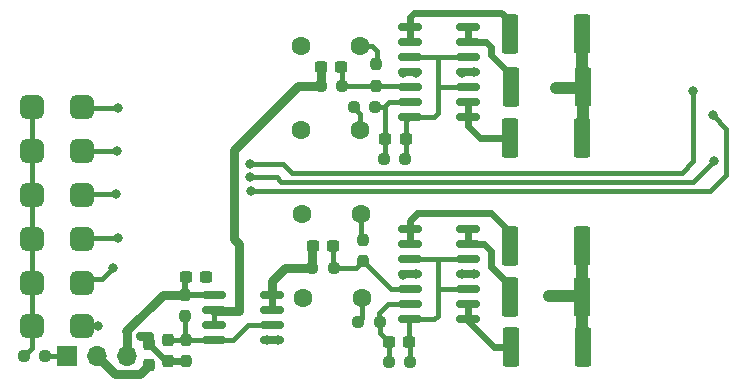
<source format=gbl>
G04 #@! TF.GenerationSoftware,KiCad,Pcbnew,6.99.0-unknown-455e330f3b~148~ubuntu20.04.1*
G04 #@! TF.CreationDate,2022-04-22T09:43:23+05:30*
G04 #@! TF.ProjectId,aptx_headset,61707478-5f68-4656-9164-7365742e6b69,rev?*
G04 #@! TF.SameCoordinates,Original*
G04 #@! TF.FileFunction,Copper,L2,Bot*
G04 #@! TF.FilePolarity,Positive*
%FSLAX46Y46*%
G04 Gerber Fmt 4.6, Leading zero omitted, Abs format (unit mm)*
G04 Created by KiCad (PCBNEW 6.99.0-unknown-455e330f3b~148~ubuntu20.04.1) date 2022-04-22 09:43:23*
%MOMM*%
%LPD*%
G01*
G04 APERTURE LIST*
G04 Aperture macros list*
%AMRoundRect*
0 Rectangle with rounded corners*
0 $1 Rounding radius*
0 $2 $3 $4 $5 $6 $7 $8 $9 X,Y pos of 4 corners*
0 Add a 4 corners polygon primitive as box body*
4,1,4,$2,$3,$4,$5,$6,$7,$8,$9,$2,$3,0*
0 Add four circle primitives for the rounded corners*
1,1,$1+$1,$2,$3*
1,1,$1+$1,$4,$5*
1,1,$1+$1,$6,$7*
1,1,$1+$1,$8,$9*
0 Add four rect primitives between the rounded corners*
20,1,$1+$1,$2,$3,$4,$5,0*
20,1,$1+$1,$4,$5,$6,$7,0*
20,1,$1+$1,$6,$7,$8,$9,0*
20,1,$1+$1,$8,$9,$2,$3,0*%
G04 Aperture macros list end*
G04 #@! TA.AperFunction,ComponentPad*
%ADD10C,1.600000*%
G04 #@! TD*
G04 #@! TA.AperFunction,ComponentPad*
%ADD11R,1.700000X1.700000*%
G04 #@! TD*
G04 #@! TA.AperFunction,ComponentPad*
%ADD12O,1.700000X1.700000*%
G04 #@! TD*
G04 #@! TA.AperFunction,SMDPad,CuDef*
%ADD13RoundRect,0.237500X-0.300000X-0.237500X0.300000X-0.237500X0.300000X0.237500X-0.300000X0.237500X0*%
G04 #@! TD*
G04 #@! TA.AperFunction,SMDPad,CuDef*
%ADD14RoundRect,0.237500X-0.250000X-0.237500X0.250000X-0.237500X0.250000X0.237500X-0.250000X0.237500X0*%
G04 #@! TD*
G04 #@! TA.AperFunction,SMDPad,CuDef*
%ADD15RoundRect,0.500000X-0.500000X-0.500000X0.500000X-0.500000X0.500000X0.500000X-0.500000X0.500000X0*%
G04 #@! TD*
G04 #@! TA.AperFunction,SMDPad,CuDef*
%ADD16RoundRect,0.150000X0.825000X0.150000X-0.825000X0.150000X-0.825000X-0.150000X0.825000X-0.150000X0*%
G04 #@! TD*
G04 #@! TA.AperFunction,SMDPad,CuDef*
%ADD17RoundRect,0.237500X-0.237500X0.250000X-0.237500X-0.250000X0.237500X-0.250000X0.237500X0.250000X0*%
G04 #@! TD*
G04 #@! TA.AperFunction,SMDPad,CuDef*
%ADD18RoundRect,0.150000X-0.825000X-0.150000X0.825000X-0.150000X0.825000X0.150000X-0.825000X0.150000X0*%
G04 #@! TD*
G04 #@! TA.AperFunction,SMDPad,CuDef*
%ADD19RoundRect,0.249999X-0.450001X-1.425001X0.450001X-1.425001X0.450001X1.425001X-0.450001X1.425001X0*%
G04 #@! TD*
G04 #@! TA.AperFunction,SMDPad,CuDef*
%ADD20RoundRect,0.237500X0.237500X-0.300000X0.237500X0.300000X-0.237500X0.300000X-0.237500X-0.300000X0*%
G04 #@! TD*
G04 #@! TA.AperFunction,SMDPad,CuDef*
%ADD21RoundRect,0.237500X-0.237500X0.300000X-0.237500X-0.300000X0.237500X-0.300000X0.237500X0.300000X0*%
G04 #@! TD*
G04 #@! TA.AperFunction,SMDPad,CuDef*
%ADD22RoundRect,0.237500X0.250000X0.237500X-0.250000X0.237500X-0.250000X-0.237500X0.250000X-0.237500X0*%
G04 #@! TD*
G04 #@! TA.AperFunction,ViaPad*
%ADD23C,0.800000*%
G04 #@! TD*
G04 #@! TA.AperFunction,ViaPad*
%ADD24C,0.700000*%
G04 #@! TD*
G04 #@! TA.AperFunction,Conductor*
%ADD25C,0.400000*%
G04 #@! TD*
G04 #@! TA.AperFunction,Conductor*
%ADD26C,0.800000*%
G04 #@! TD*
G04 #@! TA.AperFunction,Conductor*
%ADD27C,0.600000*%
G04 #@! TD*
G04 #@! TA.AperFunction,Conductor*
%ADD28C,0.250000*%
G04 #@! TD*
G04 #@! TA.AperFunction,Conductor*
%ADD29C,0.500000*%
G04 #@! TD*
G04 #@! TA.AperFunction,Conductor*
%ADD30C,0.254000*%
G04 #@! TD*
G04 #@! TA.AperFunction,Conductor*
%ADD31C,1.000000*%
G04 #@! TD*
G04 #@! TA.AperFunction,Conductor*
%ADD32C,0.200000*%
G04 #@! TD*
G04 APERTURE END LIST*
D10*
X110300000Y-72700000D03*
X115300000Y-72700000D03*
X110350000Y-79800000D03*
X115350000Y-79800000D03*
D11*
X90499999Y-98899999D03*
D12*
X93039999Y-98899999D03*
X95579999Y-98899999D03*
D10*
X110450000Y-86900000D03*
X115450000Y-86900000D03*
X110500000Y-94050000D03*
X115500000Y-94050000D03*
D13*
X117787500Y-97750000D03*
X119512500Y-97750000D03*
D14*
X111287500Y-91500000D03*
X113112500Y-91500000D03*
D15*
X87550000Y-77850000D03*
X91750000Y-77850000D03*
D16*
X107875000Y-93795000D03*
X107875000Y-95065000D03*
X107875000Y-96335000D03*
X107875000Y-97605000D03*
X102925000Y-97605000D03*
X102925000Y-96335000D03*
X102925000Y-95065000D03*
X102925000Y-93795000D03*
D15*
X87550000Y-89000000D03*
X91750000Y-89000000D03*
X87550000Y-96400000D03*
X91750000Y-96400000D03*
D13*
X100587500Y-92250000D03*
X102312500Y-92250000D03*
D15*
X87550000Y-85300000D03*
X91750000Y-85300000D03*
D17*
X100550000Y-93737500D03*
X100550000Y-95562500D03*
D18*
X119525000Y-78710000D03*
X119525000Y-77440000D03*
X119525000Y-76170000D03*
X119525000Y-74900000D03*
X119525000Y-73630000D03*
X119525000Y-72360000D03*
X119525000Y-71090000D03*
X124475000Y-71090000D03*
X124475000Y-72360000D03*
X124475000Y-73630000D03*
X124475000Y-74900000D03*
X124475000Y-76170000D03*
X124475000Y-77440000D03*
X124475000Y-78710000D03*
D13*
X117475000Y-80550000D03*
X119200000Y-80550000D03*
D19*
X128050000Y-80450000D03*
X134150000Y-80450000D03*
X128050000Y-89600000D03*
X134150000Y-89600000D03*
D15*
X87550000Y-92750000D03*
X91750000Y-92750000D03*
D18*
X119525000Y-95810000D03*
X119525000Y-94540000D03*
X119525000Y-93270000D03*
X119525000Y-92000000D03*
X119525000Y-90730000D03*
X119525000Y-89460000D03*
X119525000Y-88190000D03*
X124475000Y-88190000D03*
X124475000Y-89460000D03*
X124475000Y-90730000D03*
X124475000Y-92000000D03*
X124475000Y-93270000D03*
X124475000Y-94540000D03*
X124475000Y-95810000D03*
D15*
X87550000Y-81550000D03*
X91750000Y-81550000D03*
D19*
X128100000Y-76150000D03*
X134200000Y-76150000D03*
D14*
X117737500Y-99400000D03*
X119562500Y-99400000D03*
D17*
X115550000Y-89087500D03*
X115550000Y-90912500D03*
D14*
X117337500Y-82250000D03*
X119162500Y-82250000D03*
D20*
X97500000Y-99662500D03*
X97500000Y-97937500D03*
D17*
X116700000Y-74237500D03*
X116700000Y-76062500D03*
D13*
X111987500Y-74450000D03*
X113712500Y-74450000D03*
D19*
X128050000Y-71700000D03*
X134150000Y-71700000D03*
D14*
X111987500Y-76100000D03*
X113812500Y-76100000D03*
X114787500Y-77850000D03*
X116612500Y-77850000D03*
D19*
X128050000Y-93900000D03*
X134150000Y-93900000D03*
D14*
X115187500Y-96050000D03*
X117012500Y-96050000D03*
D21*
X99050000Y-97587500D03*
X99050000Y-99312500D03*
D17*
X100600000Y-97537500D03*
X100600000Y-99362500D03*
D22*
X88662500Y-98950000D03*
X86837500Y-98950000D03*
D19*
X128100000Y-98150000D03*
X134200000Y-98150000D03*
D13*
X111337500Y-89650000D03*
X113062500Y-89650000D03*
D23*
X120100000Y-74950000D03*
X118950000Y-74950000D03*
X120100000Y-92000000D03*
X118950000Y-92050000D03*
X124000000Y-92000000D03*
X123950000Y-74950000D03*
D24*
X97550000Y-97200000D03*
D23*
X125000000Y-92000000D03*
X102300000Y-92353500D03*
D24*
X96700000Y-97200000D03*
D23*
X108350000Y-97550500D03*
X107450000Y-97550500D03*
X125000000Y-74900000D03*
X131950000Y-76250000D03*
X132900000Y-76250000D03*
X131300000Y-93900000D03*
X132300000Y-93850000D03*
X143500000Y-76450000D03*
X106050000Y-82700000D03*
X145200000Y-78550000D03*
X106100000Y-84950000D03*
X106050000Y-83800000D03*
X145300000Y-82400000D03*
X94800000Y-77900000D03*
X94750000Y-81550000D03*
X94700000Y-85250000D03*
X94800000Y-88950000D03*
X94400000Y-91500000D03*
X93150000Y-96350000D03*
D25*
X102925000Y-96335000D02*
X102925000Y-95065000D01*
D26*
X105050000Y-89450000D02*
X105050000Y-95100000D01*
X104650000Y-81500000D02*
X104650000Y-89050000D01*
X104650000Y-89050000D02*
X105050000Y-89450000D01*
X105050000Y-95100000D02*
X102960000Y-95100000D01*
D27*
X107875000Y-93795000D02*
X107875000Y-95065000D01*
D26*
X107875000Y-92575000D02*
X107875000Y-93795000D01*
X110050000Y-76100000D02*
X104650000Y-81500000D01*
X111987500Y-76100000D02*
X110050000Y-76100000D01*
X107875000Y-92575000D02*
X108950000Y-91500000D01*
X108950000Y-91500000D02*
X111287500Y-91500000D01*
D28*
X95550000Y-96800000D02*
X95580000Y-96830000D01*
D29*
X100550000Y-93737500D02*
X102832500Y-93737500D01*
X100550000Y-93737500D02*
X100550000Y-92287500D01*
D26*
X95580000Y-96830000D02*
X95580000Y-98900000D01*
X100550000Y-93737500D02*
X98612500Y-93737500D01*
X98612500Y-93737500D02*
X95550000Y-96800000D01*
D27*
X98875000Y-99312500D02*
X97500000Y-97937500D01*
X100600000Y-99362500D02*
X99100000Y-99362500D01*
D26*
X97478500Y-97200000D02*
X96700000Y-97200000D01*
D30*
X99100000Y-99362500D02*
X99050000Y-99312500D01*
X99050000Y-99312500D02*
X98875000Y-99312500D01*
D26*
X97500000Y-97937500D02*
X97500000Y-97200000D01*
D30*
X97500000Y-97200000D02*
X97550000Y-97200000D01*
D26*
X111987500Y-74450000D02*
X111987500Y-76100000D01*
X111287500Y-91500000D02*
X111287500Y-89700000D01*
D25*
X116750000Y-73100000D02*
X116750000Y-74187500D01*
X115300000Y-72700000D02*
X116350000Y-72700000D01*
X116350000Y-72700000D02*
X116750000Y-73100000D01*
X115350000Y-78412500D02*
X114787500Y-77850000D01*
X115350000Y-79800000D02*
X115350000Y-78412500D01*
D30*
X134000000Y-76250000D02*
X134150000Y-76100000D01*
D31*
X134200000Y-76150000D02*
X134200000Y-80400000D01*
X132900000Y-76250000D02*
X134000000Y-76250000D01*
D30*
X134150000Y-76100000D02*
X134200000Y-76150000D01*
X134200000Y-80400000D02*
X134150000Y-80450000D01*
D31*
X134150000Y-71700000D02*
X134150000Y-76100000D01*
X131950000Y-76250000D02*
X132900000Y-76250000D01*
D25*
X90450000Y-98950000D02*
X90500000Y-98900000D01*
X88662500Y-98950000D02*
X90450000Y-98950000D01*
D26*
X96712500Y-100450000D02*
X97500000Y-99662500D01*
X93040000Y-98900000D02*
X94590000Y-100450000D01*
X94590000Y-100450000D02*
X96712500Y-100450000D01*
D30*
X115450000Y-88987500D02*
X115550000Y-89087500D01*
D25*
X115450000Y-86900000D02*
X115450000Y-88987500D01*
X115500000Y-94050000D02*
X115500000Y-95737500D01*
D30*
X115500000Y-95737500D02*
X115187500Y-96050000D01*
X131350000Y-93850000D02*
X131300000Y-93900000D01*
D31*
X132300000Y-93850000D02*
X131350000Y-93850000D01*
X134150000Y-93900000D02*
X134150000Y-98100000D01*
X132300000Y-93850000D02*
X134100000Y-93850000D01*
D30*
X134100000Y-93850000D02*
X134150000Y-93900000D01*
X134150000Y-98100000D02*
X134200000Y-98150000D01*
D31*
X134150000Y-89600000D02*
X134150000Y-93900000D01*
D25*
X108800000Y-82650000D02*
X106100000Y-82650000D01*
X143500000Y-82450000D02*
X142550000Y-83400000D01*
X109550000Y-83400000D02*
X108800000Y-82650000D01*
D32*
X106100000Y-82650000D02*
X106050000Y-82700000D01*
D25*
X143500000Y-76450000D02*
X143500000Y-82450000D01*
X142550000Y-83400000D02*
X109550000Y-83400000D01*
X146350000Y-83600000D02*
X146350000Y-79700000D01*
X146350000Y-79700000D02*
X145200000Y-78550000D01*
X145000000Y-84950000D02*
X146350000Y-83600000D01*
X106100000Y-84950000D02*
X145000000Y-84950000D01*
X108650000Y-84150000D02*
X108300000Y-83800000D01*
X143550000Y-84150000D02*
X108650000Y-84150000D01*
X145300000Y-82400000D02*
X143550000Y-84150000D01*
X108300000Y-83800000D02*
X106050000Y-83800000D01*
D28*
X102842500Y-97537500D02*
X102900000Y-97595000D01*
X99100000Y-97537500D02*
X99050000Y-97587500D01*
D25*
X100600000Y-97537500D02*
X99100000Y-97537500D01*
X100600000Y-97537500D02*
X102842500Y-97537500D01*
D28*
X102900000Y-97595000D02*
X102900000Y-97600000D01*
D25*
X105865000Y-96335000D02*
X107725000Y-96335000D01*
X102900000Y-97600000D02*
X104600000Y-97600000D01*
X100550000Y-95562500D02*
X100550000Y-97487500D01*
X104600000Y-97600000D02*
X105865000Y-96335000D01*
D28*
X100550000Y-97487500D02*
X100600000Y-97537500D01*
D25*
X87550000Y-89000000D02*
X87550000Y-92750000D01*
X87550000Y-98237500D02*
X86837500Y-98950000D01*
X87550000Y-77850000D02*
X87550000Y-81550000D01*
X87550000Y-81550000D02*
X87550000Y-85300000D01*
X87550000Y-92750000D02*
X87550000Y-96400000D01*
X87550000Y-85300000D02*
X87550000Y-89000000D01*
X87550000Y-96400000D02*
X87550000Y-98237500D01*
X94800000Y-77900000D02*
X91800000Y-77900000D01*
D32*
X91800000Y-77900000D02*
X91750000Y-77850000D01*
D25*
X94750000Y-81550000D02*
X91750000Y-81550000D01*
D28*
X91800000Y-85250000D02*
X91750000Y-85300000D01*
D25*
X94700000Y-85250000D02*
X91800000Y-85250000D01*
X94800000Y-88950000D02*
X91800000Y-88950000D01*
D28*
X91800000Y-88950000D02*
X91750000Y-89000000D01*
D25*
X93500000Y-92400000D02*
X92100000Y-92400000D01*
D28*
X92100000Y-92400000D02*
X91750000Y-92750000D01*
D25*
X94400000Y-91500000D02*
X93500000Y-92400000D01*
X93150000Y-96350000D02*
X93100000Y-96400000D01*
X93100000Y-96400000D02*
X91750000Y-96400000D01*
X119417500Y-76062500D02*
X119525000Y-76170000D01*
X113850000Y-76062500D02*
X113812500Y-76100000D01*
X113812500Y-76100000D02*
X113812500Y-74550000D01*
X116700000Y-76062500D02*
X119417500Y-76062500D01*
X113812500Y-74550000D02*
X113712500Y-74450000D01*
X116700000Y-76062500D02*
X113850000Y-76062500D01*
X117475000Y-77775000D02*
X117810000Y-77440000D01*
X117475000Y-80550000D02*
X117475000Y-77775000D01*
D30*
X117475000Y-82112500D02*
X117337500Y-82250000D01*
D25*
X117475000Y-80550000D02*
X117475000Y-82112500D01*
X117400000Y-77850000D02*
X117475000Y-77775000D01*
X117810000Y-77440000D02*
X119525000Y-77440000D01*
X116612500Y-77850000D02*
X117400000Y-77850000D01*
X121590000Y-78710000D02*
X121920000Y-78380000D01*
X124475000Y-76170000D02*
X122030000Y-76170000D01*
X119200000Y-80550000D02*
X119200000Y-82212500D01*
X121920000Y-78380000D02*
X121920000Y-76280000D01*
X121920000Y-73630000D02*
X119525000Y-73630000D01*
X119200000Y-79035000D02*
X119525000Y-78710000D01*
X119200000Y-80550000D02*
X119200000Y-79035000D01*
D28*
X122030000Y-76170000D02*
X121920000Y-76280000D01*
D25*
X119525000Y-78710000D02*
X121590000Y-78710000D01*
X121920000Y-76280000D02*
X121920000Y-73630000D01*
D30*
X119200000Y-82212500D02*
X119162500Y-82250000D01*
D25*
X124475000Y-73630000D02*
X121920000Y-73630000D01*
X113062500Y-89650000D02*
X113062500Y-91450000D01*
X119525000Y-93270000D02*
X117907500Y-93270000D01*
X113112500Y-91500000D02*
X114962500Y-91500000D01*
X114962500Y-91500000D02*
X115550000Y-90912500D01*
X117907500Y-93270000D02*
X115550000Y-90912500D01*
D30*
X113062500Y-91450000D02*
X113112500Y-91500000D01*
D25*
X116950000Y-95300000D02*
X116950000Y-95987500D01*
X117012500Y-96050000D02*
X117012500Y-96975000D01*
X117737500Y-99400000D02*
X117737500Y-97800000D01*
X119525000Y-94540000D02*
X117710000Y-94540000D01*
X117012500Y-96975000D02*
X117787500Y-97750000D01*
D30*
X117737500Y-97800000D02*
X117787500Y-97750000D01*
D25*
X117710000Y-94540000D02*
X116950000Y-95300000D01*
D30*
X116950000Y-95987500D02*
X117012500Y-96050000D01*
D25*
X124475000Y-90730000D02*
X121880000Y-90730000D01*
X119525000Y-95810000D02*
X121590000Y-95810000D01*
D28*
X122020000Y-93270000D02*
X121900000Y-93150000D01*
D25*
X121590000Y-95810000D02*
X121900000Y-95500000D01*
X121900000Y-95500000D02*
X121900000Y-93150000D01*
D28*
X121900000Y-90750000D02*
X121880000Y-90730000D01*
D25*
X119562500Y-99400000D02*
X119562500Y-97800000D01*
D30*
X119512500Y-95822500D02*
X119525000Y-95810000D01*
D25*
X121900000Y-93150000D02*
X121900000Y-90750000D01*
X121880000Y-90730000D02*
X119525000Y-90730000D01*
X119512500Y-97750000D02*
X119512500Y-95822500D01*
X124475000Y-93270000D02*
X122020000Y-93270000D01*
D30*
X119562500Y-97800000D02*
X119512500Y-97750000D01*
D27*
X128050000Y-71700000D02*
X128050000Y-70600000D01*
X119525000Y-72360000D02*
X119525000Y-71090000D01*
X127300000Y-69850000D02*
X119900000Y-69850000D01*
X119900000Y-69850000D02*
X119525000Y-70225000D01*
X119525000Y-70225000D02*
X119525000Y-71090000D01*
X128050000Y-70600000D02*
X127300000Y-69850000D01*
X124475000Y-71090000D02*
X124475000Y-72360000D01*
X124475000Y-72360000D02*
X126010000Y-72360000D01*
X126400000Y-72750000D02*
X126400000Y-73400000D01*
X126010000Y-72360000D02*
X126400000Y-72750000D01*
X126400000Y-73400000D02*
X128100000Y-75100000D01*
X128100000Y-75100000D02*
X128100000Y-76150000D01*
X125450000Y-80450000D02*
X128050000Y-80450000D01*
X124475000Y-77440000D02*
X124475000Y-78710000D01*
X124475000Y-78710000D02*
X124450000Y-78735000D01*
X124450000Y-78735000D02*
X124450000Y-79450000D01*
X124450000Y-79450000D02*
X125450000Y-80450000D01*
X128050000Y-88450000D02*
X128050000Y-89600000D01*
X119525000Y-89460000D02*
X119525000Y-88190000D01*
X119525000Y-88190000D02*
X119525000Y-87475000D01*
X119525000Y-87475000D02*
X120150000Y-86850000D01*
X120150000Y-86850000D02*
X126450000Y-86850000D01*
X126450000Y-86850000D02*
X128050000Y-88450000D01*
X124475000Y-89460000D02*
X125860000Y-89460000D01*
X126450000Y-90050000D02*
X126450000Y-91350000D01*
X124475000Y-88190000D02*
X124475000Y-89460000D01*
X128050000Y-92950000D02*
X128050000Y-93900000D01*
X125860000Y-89460000D02*
X126450000Y-90050000D01*
X126450000Y-91350000D02*
X128050000Y-92950000D01*
X126650000Y-98150000D02*
X128100000Y-98150000D01*
X124475000Y-95975000D02*
X126650000Y-98150000D01*
X124475000Y-95810000D02*
X124475000Y-95975000D01*
X124475000Y-94540000D02*
X124475000Y-95810000D01*
M02*

</source>
